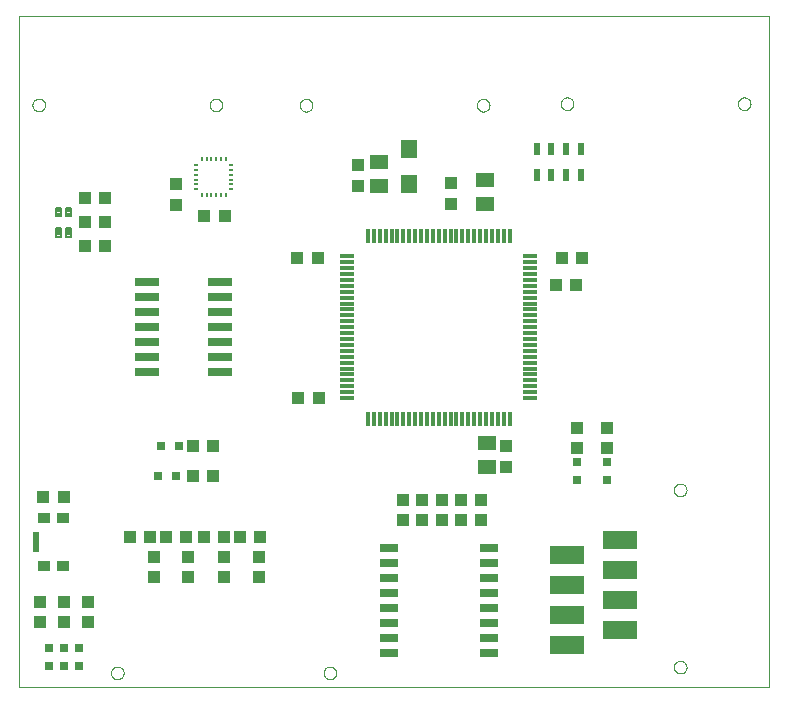
<source format=gtp>
G75*
%MOIN*%
%OFA0B0*%
%FSLAX25Y25*%
%IPPOS*%
%LPD*%
%AMOC8*
5,1,8,0,0,1.08239X$1,22.5*
%
%ADD10C,0.00000*%
%ADD11R,0.03150X0.03150*%
%ADD12R,0.04252X0.04134*%
%ADD13R,0.06299X0.05118*%
%ADD14R,0.04134X0.04252*%
%ADD15C,0.00806*%
%ADD16R,0.08000X0.02600*%
%ADD17R,0.03937X0.04331*%
%ADD18R,0.04331X0.03937*%
%ADD19R,0.06000X0.02500*%
%ADD20R,0.02362X0.04331*%
%ADD21R,0.11811X0.05906*%
%ADD22R,0.00981X0.01784*%
%ADD23R,0.00979X0.01782*%
%ADD24R,0.00984X0.01785*%
%ADD25R,0.00987X0.01784*%
%ADD26R,0.00990X0.01786*%
%ADD27R,0.00995X0.01788*%
%ADD28R,0.01782X0.00998*%
%ADD29R,0.01778X0.00997*%
%ADD30R,0.01775X0.00996*%
%ADD31R,0.01772X0.01001*%
%ADD32R,0.01767X0.01004*%
%ADD33R,0.01769X0.00990*%
%ADD34R,0.00992X0.01763*%
%ADD35R,0.00991X0.01761*%
%ADD36R,0.00984X0.01759*%
%ADD37R,0.00986X0.01765*%
%ADD38R,0.00980X0.01760*%
%ADD39R,0.00972X0.01754*%
%ADD40R,0.01763X0.00968*%
%ADD41R,0.01769X0.00974*%
%ADD42R,0.01772X0.00968*%
%ADD43R,0.01776X0.00971*%
%ADD44R,0.01783X0.00965*%
%ADD45R,0.01784X0.00970*%
%ADD46R,0.03937X0.03543*%
%ADD47R,0.02165X0.06693*%
%ADD48R,0.05512X0.06299*%
%ADD49R,0.01181X0.04724*%
%ADD50R,0.04724X0.01181*%
D10*
X0043720Y0026800D02*
X0043720Y0250501D01*
X0293641Y0250501D01*
X0293641Y0026800D01*
X0043720Y0026800D01*
X0074468Y0031564D02*
X0074470Y0031655D01*
X0074476Y0031746D01*
X0074486Y0031837D01*
X0074500Y0031927D01*
X0074517Y0032017D01*
X0074539Y0032105D01*
X0074564Y0032193D01*
X0074593Y0032280D01*
X0074626Y0032365D01*
X0074663Y0032448D01*
X0074703Y0032530D01*
X0074746Y0032610D01*
X0074793Y0032689D01*
X0074844Y0032765D01*
X0074897Y0032838D01*
X0074954Y0032910D01*
X0075014Y0032979D01*
X0075077Y0033045D01*
X0075142Y0033109D01*
X0075211Y0033169D01*
X0075281Y0033227D01*
X0075355Y0033281D01*
X0075430Y0033332D01*
X0075508Y0033380D01*
X0075588Y0033425D01*
X0075669Y0033466D01*
X0075752Y0033503D01*
X0075837Y0033537D01*
X0075923Y0033567D01*
X0076011Y0033593D01*
X0076099Y0033616D01*
X0076188Y0033634D01*
X0076278Y0033649D01*
X0076369Y0033660D01*
X0076460Y0033667D01*
X0076551Y0033670D01*
X0076642Y0033669D01*
X0076734Y0033664D01*
X0076824Y0033655D01*
X0076915Y0033642D01*
X0077004Y0033626D01*
X0077093Y0033605D01*
X0077181Y0033581D01*
X0077268Y0033552D01*
X0077354Y0033520D01*
X0077438Y0033485D01*
X0077520Y0033446D01*
X0077601Y0033403D01*
X0077679Y0033357D01*
X0077756Y0033307D01*
X0077830Y0033254D01*
X0077902Y0033198D01*
X0077972Y0033139D01*
X0078039Y0033077D01*
X0078103Y0033012D01*
X0078164Y0032945D01*
X0078223Y0032875D01*
X0078278Y0032802D01*
X0078330Y0032727D01*
X0078379Y0032650D01*
X0078424Y0032571D01*
X0078466Y0032489D01*
X0078504Y0032407D01*
X0078539Y0032322D01*
X0078570Y0032236D01*
X0078597Y0032149D01*
X0078620Y0032061D01*
X0078640Y0031972D01*
X0078656Y0031882D01*
X0078668Y0031792D01*
X0078676Y0031701D01*
X0078680Y0031610D01*
X0078680Y0031518D01*
X0078676Y0031427D01*
X0078668Y0031336D01*
X0078656Y0031246D01*
X0078640Y0031156D01*
X0078620Y0031067D01*
X0078597Y0030979D01*
X0078570Y0030892D01*
X0078539Y0030806D01*
X0078504Y0030721D01*
X0078466Y0030639D01*
X0078424Y0030557D01*
X0078379Y0030478D01*
X0078330Y0030401D01*
X0078278Y0030326D01*
X0078223Y0030253D01*
X0078164Y0030183D01*
X0078103Y0030116D01*
X0078039Y0030051D01*
X0077972Y0029989D01*
X0077902Y0029930D01*
X0077830Y0029874D01*
X0077756Y0029821D01*
X0077679Y0029771D01*
X0077601Y0029725D01*
X0077520Y0029682D01*
X0077438Y0029643D01*
X0077354Y0029608D01*
X0077268Y0029576D01*
X0077181Y0029547D01*
X0077093Y0029523D01*
X0077004Y0029502D01*
X0076915Y0029486D01*
X0076824Y0029473D01*
X0076734Y0029464D01*
X0076642Y0029459D01*
X0076551Y0029458D01*
X0076460Y0029461D01*
X0076369Y0029468D01*
X0076278Y0029479D01*
X0076188Y0029494D01*
X0076099Y0029512D01*
X0076011Y0029535D01*
X0075923Y0029561D01*
X0075837Y0029591D01*
X0075752Y0029625D01*
X0075669Y0029662D01*
X0075588Y0029703D01*
X0075508Y0029748D01*
X0075430Y0029796D01*
X0075355Y0029847D01*
X0075281Y0029901D01*
X0075211Y0029959D01*
X0075142Y0030019D01*
X0075077Y0030083D01*
X0075014Y0030149D01*
X0074954Y0030218D01*
X0074897Y0030290D01*
X0074844Y0030363D01*
X0074793Y0030439D01*
X0074746Y0030518D01*
X0074703Y0030598D01*
X0074663Y0030680D01*
X0074626Y0030763D01*
X0074593Y0030848D01*
X0074564Y0030935D01*
X0074539Y0031023D01*
X0074517Y0031111D01*
X0074500Y0031201D01*
X0074486Y0031291D01*
X0074476Y0031382D01*
X0074470Y0031473D01*
X0074468Y0031564D01*
X0145334Y0031564D02*
X0145336Y0031655D01*
X0145342Y0031746D01*
X0145352Y0031837D01*
X0145366Y0031927D01*
X0145383Y0032017D01*
X0145405Y0032105D01*
X0145430Y0032193D01*
X0145459Y0032280D01*
X0145492Y0032365D01*
X0145529Y0032448D01*
X0145569Y0032530D01*
X0145612Y0032610D01*
X0145659Y0032689D01*
X0145710Y0032765D01*
X0145763Y0032838D01*
X0145820Y0032910D01*
X0145880Y0032979D01*
X0145943Y0033045D01*
X0146008Y0033109D01*
X0146077Y0033169D01*
X0146147Y0033227D01*
X0146221Y0033281D01*
X0146296Y0033332D01*
X0146374Y0033380D01*
X0146454Y0033425D01*
X0146535Y0033466D01*
X0146618Y0033503D01*
X0146703Y0033537D01*
X0146789Y0033567D01*
X0146877Y0033593D01*
X0146965Y0033616D01*
X0147054Y0033634D01*
X0147144Y0033649D01*
X0147235Y0033660D01*
X0147326Y0033667D01*
X0147417Y0033670D01*
X0147508Y0033669D01*
X0147600Y0033664D01*
X0147690Y0033655D01*
X0147781Y0033642D01*
X0147870Y0033626D01*
X0147959Y0033605D01*
X0148047Y0033581D01*
X0148134Y0033552D01*
X0148220Y0033520D01*
X0148304Y0033485D01*
X0148386Y0033446D01*
X0148467Y0033403D01*
X0148545Y0033357D01*
X0148622Y0033307D01*
X0148696Y0033254D01*
X0148768Y0033198D01*
X0148838Y0033139D01*
X0148905Y0033077D01*
X0148969Y0033012D01*
X0149030Y0032945D01*
X0149089Y0032875D01*
X0149144Y0032802D01*
X0149196Y0032727D01*
X0149245Y0032650D01*
X0149290Y0032571D01*
X0149332Y0032489D01*
X0149370Y0032407D01*
X0149405Y0032322D01*
X0149436Y0032236D01*
X0149463Y0032149D01*
X0149486Y0032061D01*
X0149506Y0031972D01*
X0149522Y0031882D01*
X0149534Y0031792D01*
X0149542Y0031701D01*
X0149546Y0031610D01*
X0149546Y0031518D01*
X0149542Y0031427D01*
X0149534Y0031336D01*
X0149522Y0031246D01*
X0149506Y0031156D01*
X0149486Y0031067D01*
X0149463Y0030979D01*
X0149436Y0030892D01*
X0149405Y0030806D01*
X0149370Y0030721D01*
X0149332Y0030639D01*
X0149290Y0030557D01*
X0149245Y0030478D01*
X0149196Y0030401D01*
X0149144Y0030326D01*
X0149089Y0030253D01*
X0149030Y0030183D01*
X0148969Y0030116D01*
X0148905Y0030051D01*
X0148838Y0029989D01*
X0148768Y0029930D01*
X0148696Y0029874D01*
X0148622Y0029821D01*
X0148545Y0029771D01*
X0148467Y0029725D01*
X0148386Y0029682D01*
X0148304Y0029643D01*
X0148220Y0029608D01*
X0148134Y0029576D01*
X0148047Y0029547D01*
X0147959Y0029523D01*
X0147870Y0029502D01*
X0147781Y0029486D01*
X0147690Y0029473D01*
X0147600Y0029464D01*
X0147508Y0029459D01*
X0147417Y0029458D01*
X0147326Y0029461D01*
X0147235Y0029468D01*
X0147144Y0029479D01*
X0147054Y0029494D01*
X0146965Y0029512D01*
X0146877Y0029535D01*
X0146789Y0029561D01*
X0146703Y0029591D01*
X0146618Y0029625D01*
X0146535Y0029662D01*
X0146454Y0029703D01*
X0146374Y0029748D01*
X0146296Y0029796D01*
X0146221Y0029847D01*
X0146147Y0029901D01*
X0146077Y0029959D01*
X0146008Y0030019D01*
X0145943Y0030083D01*
X0145880Y0030149D01*
X0145820Y0030218D01*
X0145763Y0030290D01*
X0145710Y0030363D01*
X0145659Y0030439D01*
X0145612Y0030518D01*
X0145569Y0030598D01*
X0145529Y0030680D01*
X0145492Y0030763D01*
X0145459Y0030848D01*
X0145430Y0030935D01*
X0145405Y0031023D01*
X0145383Y0031111D01*
X0145366Y0031201D01*
X0145352Y0031291D01*
X0145342Y0031382D01*
X0145336Y0031473D01*
X0145334Y0031564D01*
X0262102Y0033489D02*
X0262104Y0033580D01*
X0262110Y0033671D01*
X0262120Y0033762D01*
X0262134Y0033852D01*
X0262151Y0033942D01*
X0262173Y0034030D01*
X0262198Y0034118D01*
X0262227Y0034205D01*
X0262260Y0034290D01*
X0262297Y0034373D01*
X0262337Y0034455D01*
X0262380Y0034535D01*
X0262427Y0034614D01*
X0262478Y0034690D01*
X0262531Y0034763D01*
X0262588Y0034835D01*
X0262648Y0034904D01*
X0262711Y0034970D01*
X0262776Y0035034D01*
X0262845Y0035094D01*
X0262915Y0035152D01*
X0262989Y0035206D01*
X0263064Y0035257D01*
X0263142Y0035305D01*
X0263222Y0035350D01*
X0263303Y0035391D01*
X0263386Y0035428D01*
X0263471Y0035462D01*
X0263557Y0035492D01*
X0263645Y0035518D01*
X0263733Y0035541D01*
X0263822Y0035559D01*
X0263912Y0035574D01*
X0264003Y0035585D01*
X0264094Y0035592D01*
X0264185Y0035595D01*
X0264276Y0035594D01*
X0264368Y0035589D01*
X0264458Y0035580D01*
X0264549Y0035567D01*
X0264638Y0035551D01*
X0264727Y0035530D01*
X0264815Y0035506D01*
X0264902Y0035477D01*
X0264988Y0035445D01*
X0265072Y0035410D01*
X0265154Y0035371D01*
X0265235Y0035328D01*
X0265313Y0035282D01*
X0265390Y0035232D01*
X0265464Y0035179D01*
X0265536Y0035123D01*
X0265606Y0035064D01*
X0265673Y0035002D01*
X0265737Y0034937D01*
X0265798Y0034870D01*
X0265857Y0034800D01*
X0265912Y0034727D01*
X0265964Y0034652D01*
X0266013Y0034575D01*
X0266058Y0034496D01*
X0266100Y0034414D01*
X0266138Y0034332D01*
X0266173Y0034247D01*
X0266204Y0034161D01*
X0266231Y0034074D01*
X0266254Y0033986D01*
X0266274Y0033897D01*
X0266290Y0033807D01*
X0266302Y0033717D01*
X0266310Y0033626D01*
X0266314Y0033535D01*
X0266314Y0033443D01*
X0266310Y0033352D01*
X0266302Y0033261D01*
X0266290Y0033171D01*
X0266274Y0033081D01*
X0266254Y0032992D01*
X0266231Y0032904D01*
X0266204Y0032817D01*
X0266173Y0032731D01*
X0266138Y0032646D01*
X0266100Y0032564D01*
X0266058Y0032482D01*
X0266013Y0032403D01*
X0265964Y0032326D01*
X0265912Y0032251D01*
X0265857Y0032178D01*
X0265798Y0032108D01*
X0265737Y0032041D01*
X0265673Y0031976D01*
X0265606Y0031914D01*
X0265536Y0031855D01*
X0265464Y0031799D01*
X0265390Y0031746D01*
X0265313Y0031696D01*
X0265235Y0031650D01*
X0265154Y0031607D01*
X0265072Y0031568D01*
X0264988Y0031533D01*
X0264902Y0031501D01*
X0264815Y0031472D01*
X0264727Y0031448D01*
X0264638Y0031427D01*
X0264549Y0031411D01*
X0264458Y0031398D01*
X0264368Y0031389D01*
X0264276Y0031384D01*
X0264185Y0031383D01*
X0264094Y0031386D01*
X0264003Y0031393D01*
X0263912Y0031404D01*
X0263822Y0031419D01*
X0263733Y0031437D01*
X0263645Y0031460D01*
X0263557Y0031486D01*
X0263471Y0031516D01*
X0263386Y0031550D01*
X0263303Y0031587D01*
X0263222Y0031628D01*
X0263142Y0031673D01*
X0263064Y0031721D01*
X0262989Y0031772D01*
X0262915Y0031826D01*
X0262845Y0031884D01*
X0262776Y0031944D01*
X0262711Y0032008D01*
X0262648Y0032074D01*
X0262588Y0032143D01*
X0262531Y0032215D01*
X0262478Y0032288D01*
X0262427Y0032364D01*
X0262380Y0032443D01*
X0262337Y0032523D01*
X0262297Y0032605D01*
X0262260Y0032688D01*
X0262227Y0032773D01*
X0262198Y0032860D01*
X0262173Y0032948D01*
X0262151Y0033036D01*
X0262134Y0033126D01*
X0262120Y0033216D01*
X0262110Y0033307D01*
X0262104Y0033398D01*
X0262102Y0033489D01*
X0262102Y0092544D02*
X0262104Y0092635D01*
X0262110Y0092726D01*
X0262120Y0092817D01*
X0262134Y0092907D01*
X0262151Y0092997D01*
X0262173Y0093085D01*
X0262198Y0093173D01*
X0262227Y0093260D01*
X0262260Y0093345D01*
X0262297Y0093428D01*
X0262337Y0093510D01*
X0262380Y0093590D01*
X0262427Y0093669D01*
X0262478Y0093745D01*
X0262531Y0093818D01*
X0262588Y0093890D01*
X0262648Y0093959D01*
X0262711Y0094025D01*
X0262776Y0094089D01*
X0262845Y0094149D01*
X0262915Y0094207D01*
X0262989Y0094261D01*
X0263064Y0094312D01*
X0263142Y0094360D01*
X0263222Y0094405D01*
X0263303Y0094446D01*
X0263386Y0094483D01*
X0263471Y0094517D01*
X0263557Y0094547D01*
X0263645Y0094573D01*
X0263733Y0094596D01*
X0263822Y0094614D01*
X0263912Y0094629D01*
X0264003Y0094640D01*
X0264094Y0094647D01*
X0264185Y0094650D01*
X0264276Y0094649D01*
X0264368Y0094644D01*
X0264458Y0094635D01*
X0264549Y0094622D01*
X0264638Y0094606D01*
X0264727Y0094585D01*
X0264815Y0094561D01*
X0264902Y0094532D01*
X0264988Y0094500D01*
X0265072Y0094465D01*
X0265154Y0094426D01*
X0265235Y0094383D01*
X0265313Y0094337D01*
X0265390Y0094287D01*
X0265464Y0094234D01*
X0265536Y0094178D01*
X0265606Y0094119D01*
X0265673Y0094057D01*
X0265737Y0093992D01*
X0265798Y0093925D01*
X0265857Y0093855D01*
X0265912Y0093782D01*
X0265964Y0093707D01*
X0266013Y0093630D01*
X0266058Y0093551D01*
X0266100Y0093469D01*
X0266138Y0093387D01*
X0266173Y0093302D01*
X0266204Y0093216D01*
X0266231Y0093129D01*
X0266254Y0093041D01*
X0266274Y0092952D01*
X0266290Y0092862D01*
X0266302Y0092772D01*
X0266310Y0092681D01*
X0266314Y0092590D01*
X0266314Y0092498D01*
X0266310Y0092407D01*
X0266302Y0092316D01*
X0266290Y0092226D01*
X0266274Y0092136D01*
X0266254Y0092047D01*
X0266231Y0091959D01*
X0266204Y0091872D01*
X0266173Y0091786D01*
X0266138Y0091701D01*
X0266100Y0091619D01*
X0266058Y0091537D01*
X0266013Y0091458D01*
X0265964Y0091381D01*
X0265912Y0091306D01*
X0265857Y0091233D01*
X0265798Y0091163D01*
X0265737Y0091096D01*
X0265673Y0091031D01*
X0265606Y0090969D01*
X0265536Y0090910D01*
X0265464Y0090854D01*
X0265390Y0090801D01*
X0265313Y0090751D01*
X0265235Y0090705D01*
X0265154Y0090662D01*
X0265072Y0090623D01*
X0264988Y0090588D01*
X0264902Y0090556D01*
X0264815Y0090527D01*
X0264727Y0090503D01*
X0264638Y0090482D01*
X0264549Y0090466D01*
X0264458Y0090453D01*
X0264368Y0090444D01*
X0264276Y0090439D01*
X0264185Y0090438D01*
X0264094Y0090441D01*
X0264003Y0090448D01*
X0263912Y0090459D01*
X0263822Y0090474D01*
X0263733Y0090492D01*
X0263645Y0090515D01*
X0263557Y0090541D01*
X0263471Y0090571D01*
X0263386Y0090605D01*
X0263303Y0090642D01*
X0263222Y0090683D01*
X0263142Y0090728D01*
X0263064Y0090776D01*
X0262989Y0090827D01*
X0262915Y0090881D01*
X0262845Y0090939D01*
X0262776Y0090999D01*
X0262711Y0091063D01*
X0262648Y0091129D01*
X0262588Y0091198D01*
X0262531Y0091270D01*
X0262478Y0091343D01*
X0262427Y0091419D01*
X0262380Y0091498D01*
X0262337Y0091578D01*
X0262297Y0091660D01*
X0262260Y0091743D01*
X0262227Y0091828D01*
X0262198Y0091915D01*
X0262173Y0092003D01*
X0262151Y0092091D01*
X0262134Y0092181D01*
X0262120Y0092271D01*
X0262110Y0092362D01*
X0262104Y0092453D01*
X0262102Y0092544D01*
X0196425Y0220788D02*
X0196427Y0220879D01*
X0196433Y0220970D01*
X0196443Y0221061D01*
X0196457Y0221151D01*
X0196474Y0221241D01*
X0196496Y0221329D01*
X0196521Y0221417D01*
X0196550Y0221504D01*
X0196583Y0221589D01*
X0196620Y0221672D01*
X0196660Y0221754D01*
X0196703Y0221834D01*
X0196750Y0221913D01*
X0196801Y0221989D01*
X0196854Y0222062D01*
X0196911Y0222134D01*
X0196971Y0222203D01*
X0197034Y0222269D01*
X0197099Y0222333D01*
X0197168Y0222393D01*
X0197238Y0222451D01*
X0197312Y0222505D01*
X0197387Y0222556D01*
X0197465Y0222604D01*
X0197545Y0222649D01*
X0197626Y0222690D01*
X0197709Y0222727D01*
X0197794Y0222761D01*
X0197880Y0222791D01*
X0197968Y0222817D01*
X0198056Y0222840D01*
X0198145Y0222858D01*
X0198235Y0222873D01*
X0198326Y0222884D01*
X0198417Y0222891D01*
X0198508Y0222894D01*
X0198599Y0222893D01*
X0198691Y0222888D01*
X0198781Y0222879D01*
X0198872Y0222866D01*
X0198961Y0222850D01*
X0199050Y0222829D01*
X0199138Y0222805D01*
X0199225Y0222776D01*
X0199311Y0222744D01*
X0199395Y0222709D01*
X0199477Y0222670D01*
X0199558Y0222627D01*
X0199636Y0222581D01*
X0199713Y0222531D01*
X0199787Y0222478D01*
X0199859Y0222422D01*
X0199929Y0222363D01*
X0199996Y0222301D01*
X0200060Y0222236D01*
X0200121Y0222169D01*
X0200180Y0222099D01*
X0200235Y0222026D01*
X0200287Y0221951D01*
X0200336Y0221874D01*
X0200381Y0221795D01*
X0200423Y0221713D01*
X0200461Y0221631D01*
X0200496Y0221546D01*
X0200527Y0221460D01*
X0200554Y0221373D01*
X0200577Y0221285D01*
X0200597Y0221196D01*
X0200613Y0221106D01*
X0200625Y0221016D01*
X0200633Y0220925D01*
X0200637Y0220834D01*
X0200637Y0220742D01*
X0200633Y0220651D01*
X0200625Y0220560D01*
X0200613Y0220470D01*
X0200597Y0220380D01*
X0200577Y0220291D01*
X0200554Y0220203D01*
X0200527Y0220116D01*
X0200496Y0220030D01*
X0200461Y0219945D01*
X0200423Y0219863D01*
X0200381Y0219781D01*
X0200336Y0219702D01*
X0200287Y0219625D01*
X0200235Y0219550D01*
X0200180Y0219477D01*
X0200121Y0219407D01*
X0200060Y0219340D01*
X0199996Y0219275D01*
X0199929Y0219213D01*
X0199859Y0219154D01*
X0199787Y0219098D01*
X0199713Y0219045D01*
X0199636Y0218995D01*
X0199558Y0218949D01*
X0199477Y0218906D01*
X0199395Y0218867D01*
X0199311Y0218832D01*
X0199225Y0218800D01*
X0199138Y0218771D01*
X0199050Y0218747D01*
X0198961Y0218726D01*
X0198872Y0218710D01*
X0198781Y0218697D01*
X0198691Y0218688D01*
X0198599Y0218683D01*
X0198508Y0218682D01*
X0198417Y0218685D01*
X0198326Y0218692D01*
X0198235Y0218703D01*
X0198145Y0218718D01*
X0198056Y0218736D01*
X0197968Y0218759D01*
X0197880Y0218785D01*
X0197794Y0218815D01*
X0197709Y0218849D01*
X0197626Y0218886D01*
X0197545Y0218927D01*
X0197465Y0218972D01*
X0197387Y0219020D01*
X0197312Y0219071D01*
X0197238Y0219125D01*
X0197168Y0219183D01*
X0197099Y0219243D01*
X0197034Y0219307D01*
X0196971Y0219373D01*
X0196911Y0219442D01*
X0196854Y0219514D01*
X0196801Y0219587D01*
X0196750Y0219663D01*
X0196703Y0219742D01*
X0196660Y0219822D01*
X0196620Y0219904D01*
X0196583Y0219987D01*
X0196550Y0220072D01*
X0196521Y0220159D01*
X0196496Y0220247D01*
X0196474Y0220335D01*
X0196457Y0220425D01*
X0196443Y0220515D01*
X0196433Y0220606D01*
X0196427Y0220697D01*
X0196425Y0220788D01*
X0224369Y0221288D02*
X0224371Y0221379D01*
X0224377Y0221470D01*
X0224387Y0221561D01*
X0224401Y0221651D01*
X0224418Y0221741D01*
X0224440Y0221829D01*
X0224465Y0221917D01*
X0224494Y0222004D01*
X0224527Y0222089D01*
X0224564Y0222172D01*
X0224604Y0222254D01*
X0224647Y0222334D01*
X0224694Y0222413D01*
X0224745Y0222489D01*
X0224798Y0222562D01*
X0224855Y0222634D01*
X0224915Y0222703D01*
X0224978Y0222769D01*
X0225043Y0222833D01*
X0225112Y0222893D01*
X0225182Y0222951D01*
X0225256Y0223005D01*
X0225331Y0223056D01*
X0225409Y0223104D01*
X0225489Y0223149D01*
X0225570Y0223190D01*
X0225653Y0223227D01*
X0225738Y0223261D01*
X0225824Y0223291D01*
X0225912Y0223317D01*
X0226000Y0223340D01*
X0226089Y0223358D01*
X0226179Y0223373D01*
X0226270Y0223384D01*
X0226361Y0223391D01*
X0226452Y0223394D01*
X0226543Y0223393D01*
X0226635Y0223388D01*
X0226725Y0223379D01*
X0226816Y0223366D01*
X0226905Y0223350D01*
X0226994Y0223329D01*
X0227082Y0223305D01*
X0227169Y0223276D01*
X0227255Y0223244D01*
X0227339Y0223209D01*
X0227421Y0223170D01*
X0227502Y0223127D01*
X0227580Y0223081D01*
X0227657Y0223031D01*
X0227731Y0222978D01*
X0227803Y0222922D01*
X0227873Y0222863D01*
X0227940Y0222801D01*
X0228004Y0222736D01*
X0228065Y0222669D01*
X0228124Y0222599D01*
X0228179Y0222526D01*
X0228231Y0222451D01*
X0228280Y0222374D01*
X0228325Y0222295D01*
X0228367Y0222213D01*
X0228405Y0222131D01*
X0228440Y0222046D01*
X0228471Y0221960D01*
X0228498Y0221873D01*
X0228521Y0221785D01*
X0228541Y0221696D01*
X0228557Y0221606D01*
X0228569Y0221516D01*
X0228577Y0221425D01*
X0228581Y0221334D01*
X0228581Y0221242D01*
X0228577Y0221151D01*
X0228569Y0221060D01*
X0228557Y0220970D01*
X0228541Y0220880D01*
X0228521Y0220791D01*
X0228498Y0220703D01*
X0228471Y0220616D01*
X0228440Y0220530D01*
X0228405Y0220445D01*
X0228367Y0220363D01*
X0228325Y0220281D01*
X0228280Y0220202D01*
X0228231Y0220125D01*
X0228179Y0220050D01*
X0228124Y0219977D01*
X0228065Y0219907D01*
X0228004Y0219840D01*
X0227940Y0219775D01*
X0227873Y0219713D01*
X0227803Y0219654D01*
X0227731Y0219598D01*
X0227657Y0219545D01*
X0227580Y0219495D01*
X0227502Y0219449D01*
X0227421Y0219406D01*
X0227339Y0219367D01*
X0227255Y0219332D01*
X0227169Y0219300D01*
X0227082Y0219271D01*
X0226994Y0219247D01*
X0226905Y0219226D01*
X0226816Y0219210D01*
X0226725Y0219197D01*
X0226635Y0219188D01*
X0226543Y0219183D01*
X0226452Y0219182D01*
X0226361Y0219185D01*
X0226270Y0219192D01*
X0226179Y0219203D01*
X0226089Y0219218D01*
X0226000Y0219236D01*
X0225912Y0219259D01*
X0225824Y0219285D01*
X0225738Y0219315D01*
X0225653Y0219349D01*
X0225570Y0219386D01*
X0225489Y0219427D01*
X0225409Y0219472D01*
X0225331Y0219520D01*
X0225256Y0219571D01*
X0225182Y0219625D01*
X0225112Y0219683D01*
X0225043Y0219743D01*
X0224978Y0219807D01*
X0224915Y0219873D01*
X0224855Y0219942D01*
X0224798Y0220014D01*
X0224745Y0220087D01*
X0224694Y0220163D01*
X0224647Y0220242D01*
X0224604Y0220322D01*
X0224564Y0220404D01*
X0224527Y0220487D01*
X0224494Y0220572D01*
X0224465Y0220659D01*
X0224440Y0220747D01*
X0224418Y0220835D01*
X0224401Y0220925D01*
X0224387Y0221015D01*
X0224377Y0221106D01*
X0224371Y0221197D01*
X0224369Y0221288D01*
X0283425Y0221288D02*
X0283427Y0221379D01*
X0283433Y0221470D01*
X0283443Y0221561D01*
X0283457Y0221651D01*
X0283474Y0221741D01*
X0283496Y0221829D01*
X0283521Y0221917D01*
X0283550Y0222004D01*
X0283583Y0222089D01*
X0283620Y0222172D01*
X0283660Y0222254D01*
X0283703Y0222334D01*
X0283750Y0222413D01*
X0283801Y0222489D01*
X0283854Y0222562D01*
X0283911Y0222634D01*
X0283971Y0222703D01*
X0284034Y0222769D01*
X0284099Y0222833D01*
X0284168Y0222893D01*
X0284238Y0222951D01*
X0284312Y0223005D01*
X0284387Y0223056D01*
X0284465Y0223104D01*
X0284545Y0223149D01*
X0284626Y0223190D01*
X0284709Y0223227D01*
X0284794Y0223261D01*
X0284880Y0223291D01*
X0284968Y0223317D01*
X0285056Y0223340D01*
X0285145Y0223358D01*
X0285235Y0223373D01*
X0285326Y0223384D01*
X0285417Y0223391D01*
X0285508Y0223394D01*
X0285599Y0223393D01*
X0285691Y0223388D01*
X0285781Y0223379D01*
X0285872Y0223366D01*
X0285961Y0223350D01*
X0286050Y0223329D01*
X0286138Y0223305D01*
X0286225Y0223276D01*
X0286311Y0223244D01*
X0286395Y0223209D01*
X0286477Y0223170D01*
X0286558Y0223127D01*
X0286636Y0223081D01*
X0286713Y0223031D01*
X0286787Y0222978D01*
X0286859Y0222922D01*
X0286929Y0222863D01*
X0286996Y0222801D01*
X0287060Y0222736D01*
X0287121Y0222669D01*
X0287180Y0222599D01*
X0287235Y0222526D01*
X0287287Y0222451D01*
X0287336Y0222374D01*
X0287381Y0222295D01*
X0287423Y0222213D01*
X0287461Y0222131D01*
X0287496Y0222046D01*
X0287527Y0221960D01*
X0287554Y0221873D01*
X0287577Y0221785D01*
X0287597Y0221696D01*
X0287613Y0221606D01*
X0287625Y0221516D01*
X0287633Y0221425D01*
X0287637Y0221334D01*
X0287637Y0221242D01*
X0287633Y0221151D01*
X0287625Y0221060D01*
X0287613Y0220970D01*
X0287597Y0220880D01*
X0287577Y0220791D01*
X0287554Y0220703D01*
X0287527Y0220616D01*
X0287496Y0220530D01*
X0287461Y0220445D01*
X0287423Y0220363D01*
X0287381Y0220281D01*
X0287336Y0220202D01*
X0287287Y0220125D01*
X0287235Y0220050D01*
X0287180Y0219977D01*
X0287121Y0219907D01*
X0287060Y0219840D01*
X0286996Y0219775D01*
X0286929Y0219713D01*
X0286859Y0219654D01*
X0286787Y0219598D01*
X0286713Y0219545D01*
X0286636Y0219495D01*
X0286558Y0219449D01*
X0286477Y0219406D01*
X0286395Y0219367D01*
X0286311Y0219332D01*
X0286225Y0219300D01*
X0286138Y0219271D01*
X0286050Y0219247D01*
X0285961Y0219226D01*
X0285872Y0219210D01*
X0285781Y0219197D01*
X0285691Y0219188D01*
X0285599Y0219183D01*
X0285508Y0219182D01*
X0285417Y0219185D01*
X0285326Y0219192D01*
X0285235Y0219203D01*
X0285145Y0219218D01*
X0285056Y0219236D01*
X0284968Y0219259D01*
X0284880Y0219285D01*
X0284794Y0219315D01*
X0284709Y0219349D01*
X0284626Y0219386D01*
X0284545Y0219427D01*
X0284465Y0219472D01*
X0284387Y0219520D01*
X0284312Y0219571D01*
X0284238Y0219625D01*
X0284168Y0219683D01*
X0284099Y0219743D01*
X0284034Y0219807D01*
X0283971Y0219873D01*
X0283911Y0219942D01*
X0283854Y0220014D01*
X0283801Y0220087D01*
X0283750Y0220163D01*
X0283703Y0220242D01*
X0283660Y0220322D01*
X0283620Y0220404D01*
X0283583Y0220487D01*
X0283550Y0220572D01*
X0283521Y0220659D01*
X0283496Y0220747D01*
X0283474Y0220835D01*
X0283457Y0220925D01*
X0283443Y0221015D01*
X0283433Y0221106D01*
X0283427Y0221197D01*
X0283425Y0221288D01*
X0137369Y0220788D02*
X0137371Y0220879D01*
X0137377Y0220970D01*
X0137387Y0221061D01*
X0137401Y0221151D01*
X0137418Y0221241D01*
X0137440Y0221329D01*
X0137465Y0221417D01*
X0137494Y0221504D01*
X0137527Y0221589D01*
X0137564Y0221672D01*
X0137604Y0221754D01*
X0137647Y0221834D01*
X0137694Y0221913D01*
X0137745Y0221989D01*
X0137798Y0222062D01*
X0137855Y0222134D01*
X0137915Y0222203D01*
X0137978Y0222269D01*
X0138043Y0222333D01*
X0138112Y0222393D01*
X0138182Y0222451D01*
X0138256Y0222505D01*
X0138331Y0222556D01*
X0138409Y0222604D01*
X0138489Y0222649D01*
X0138570Y0222690D01*
X0138653Y0222727D01*
X0138738Y0222761D01*
X0138824Y0222791D01*
X0138912Y0222817D01*
X0139000Y0222840D01*
X0139089Y0222858D01*
X0139179Y0222873D01*
X0139270Y0222884D01*
X0139361Y0222891D01*
X0139452Y0222894D01*
X0139543Y0222893D01*
X0139635Y0222888D01*
X0139725Y0222879D01*
X0139816Y0222866D01*
X0139905Y0222850D01*
X0139994Y0222829D01*
X0140082Y0222805D01*
X0140169Y0222776D01*
X0140255Y0222744D01*
X0140339Y0222709D01*
X0140421Y0222670D01*
X0140502Y0222627D01*
X0140580Y0222581D01*
X0140657Y0222531D01*
X0140731Y0222478D01*
X0140803Y0222422D01*
X0140873Y0222363D01*
X0140940Y0222301D01*
X0141004Y0222236D01*
X0141065Y0222169D01*
X0141124Y0222099D01*
X0141179Y0222026D01*
X0141231Y0221951D01*
X0141280Y0221874D01*
X0141325Y0221795D01*
X0141367Y0221713D01*
X0141405Y0221631D01*
X0141440Y0221546D01*
X0141471Y0221460D01*
X0141498Y0221373D01*
X0141521Y0221285D01*
X0141541Y0221196D01*
X0141557Y0221106D01*
X0141569Y0221016D01*
X0141577Y0220925D01*
X0141581Y0220834D01*
X0141581Y0220742D01*
X0141577Y0220651D01*
X0141569Y0220560D01*
X0141557Y0220470D01*
X0141541Y0220380D01*
X0141521Y0220291D01*
X0141498Y0220203D01*
X0141471Y0220116D01*
X0141440Y0220030D01*
X0141405Y0219945D01*
X0141367Y0219863D01*
X0141325Y0219781D01*
X0141280Y0219702D01*
X0141231Y0219625D01*
X0141179Y0219550D01*
X0141124Y0219477D01*
X0141065Y0219407D01*
X0141004Y0219340D01*
X0140940Y0219275D01*
X0140873Y0219213D01*
X0140803Y0219154D01*
X0140731Y0219098D01*
X0140657Y0219045D01*
X0140580Y0218995D01*
X0140502Y0218949D01*
X0140421Y0218906D01*
X0140339Y0218867D01*
X0140255Y0218832D01*
X0140169Y0218800D01*
X0140082Y0218771D01*
X0139994Y0218747D01*
X0139905Y0218726D01*
X0139816Y0218710D01*
X0139725Y0218697D01*
X0139635Y0218688D01*
X0139543Y0218683D01*
X0139452Y0218682D01*
X0139361Y0218685D01*
X0139270Y0218692D01*
X0139179Y0218703D01*
X0139089Y0218718D01*
X0139000Y0218736D01*
X0138912Y0218759D01*
X0138824Y0218785D01*
X0138738Y0218815D01*
X0138653Y0218849D01*
X0138570Y0218886D01*
X0138489Y0218927D01*
X0138409Y0218972D01*
X0138331Y0219020D01*
X0138256Y0219071D01*
X0138182Y0219125D01*
X0138112Y0219183D01*
X0138043Y0219243D01*
X0137978Y0219307D01*
X0137915Y0219373D01*
X0137855Y0219442D01*
X0137798Y0219514D01*
X0137745Y0219587D01*
X0137694Y0219663D01*
X0137647Y0219742D01*
X0137604Y0219822D01*
X0137564Y0219904D01*
X0137527Y0219987D01*
X0137494Y0220072D01*
X0137465Y0220159D01*
X0137440Y0220247D01*
X0137418Y0220335D01*
X0137401Y0220425D01*
X0137387Y0220515D01*
X0137377Y0220606D01*
X0137371Y0220697D01*
X0137369Y0220788D01*
X0107325Y0220888D02*
X0107327Y0220979D01*
X0107333Y0221070D01*
X0107343Y0221161D01*
X0107357Y0221251D01*
X0107374Y0221341D01*
X0107396Y0221429D01*
X0107421Y0221517D01*
X0107450Y0221604D01*
X0107483Y0221689D01*
X0107520Y0221772D01*
X0107560Y0221854D01*
X0107603Y0221934D01*
X0107650Y0222013D01*
X0107701Y0222089D01*
X0107754Y0222162D01*
X0107811Y0222234D01*
X0107871Y0222303D01*
X0107934Y0222369D01*
X0107999Y0222433D01*
X0108068Y0222493D01*
X0108138Y0222551D01*
X0108212Y0222605D01*
X0108287Y0222656D01*
X0108365Y0222704D01*
X0108445Y0222749D01*
X0108526Y0222790D01*
X0108609Y0222827D01*
X0108694Y0222861D01*
X0108780Y0222891D01*
X0108868Y0222917D01*
X0108956Y0222940D01*
X0109045Y0222958D01*
X0109135Y0222973D01*
X0109226Y0222984D01*
X0109317Y0222991D01*
X0109408Y0222994D01*
X0109499Y0222993D01*
X0109591Y0222988D01*
X0109681Y0222979D01*
X0109772Y0222966D01*
X0109861Y0222950D01*
X0109950Y0222929D01*
X0110038Y0222905D01*
X0110125Y0222876D01*
X0110211Y0222844D01*
X0110295Y0222809D01*
X0110377Y0222770D01*
X0110458Y0222727D01*
X0110536Y0222681D01*
X0110613Y0222631D01*
X0110687Y0222578D01*
X0110759Y0222522D01*
X0110829Y0222463D01*
X0110896Y0222401D01*
X0110960Y0222336D01*
X0111021Y0222269D01*
X0111080Y0222199D01*
X0111135Y0222126D01*
X0111187Y0222051D01*
X0111236Y0221974D01*
X0111281Y0221895D01*
X0111323Y0221813D01*
X0111361Y0221731D01*
X0111396Y0221646D01*
X0111427Y0221560D01*
X0111454Y0221473D01*
X0111477Y0221385D01*
X0111497Y0221296D01*
X0111513Y0221206D01*
X0111525Y0221116D01*
X0111533Y0221025D01*
X0111537Y0220934D01*
X0111537Y0220842D01*
X0111533Y0220751D01*
X0111525Y0220660D01*
X0111513Y0220570D01*
X0111497Y0220480D01*
X0111477Y0220391D01*
X0111454Y0220303D01*
X0111427Y0220216D01*
X0111396Y0220130D01*
X0111361Y0220045D01*
X0111323Y0219963D01*
X0111281Y0219881D01*
X0111236Y0219802D01*
X0111187Y0219725D01*
X0111135Y0219650D01*
X0111080Y0219577D01*
X0111021Y0219507D01*
X0110960Y0219440D01*
X0110896Y0219375D01*
X0110829Y0219313D01*
X0110759Y0219254D01*
X0110687Y0219198D01*
X0110613Y0219145D01*
X0110536Y0219095D01*
X0110458Y0219049D01*
X0110377Y0219006D01*
X0110295Y0218967D01*
X0110211Y0218932D01*
X0110125Y0218900D01*
X0110038Y0218871D01*
X0109950Y0218847D01*
X0109861Y0218826D01*
X0109772Y0218810D01*
X0109681Y0218797D01*
X0109591Y0218788D01*
X0109499Y0218783D01*
X0109408Y0218782D01*
X0109317Y0218785D01*
X0109226Y0218792D01*
X0109135Y0218803D01*
X0109045Y0218818D01*
X0108956Y0218836D01*
X0108868Y0218859D01*
X0108780Y0218885D01*
X0108694Y0218915D01*
X0108609Y0218949D01*
X0108526Y0218986D01*
X0108445Y0219027D01*
X0108365Y0219072D01*
X0108287Y0219120D01*
X0108212Y0219171D01*
X0108138Y0219225D01*
X0108068Y0219283D01*
X0107999Y0219343D01*
X0107934Y0219407D01*
X0107871Y0219473D01*
X0107811Y0219542D01*
X0107754Y0219614D01*
X0107701Y0219687D01*
X0107650Y0219763D01*
X0107603Y0219842D01*
X0107560Y0219922D01*
X0107520Y0220004D01*
X0107483Y0220087D01*
X0107450Y0220172D01*
X0107421Y0220259D01*
X0107396Y0220347D01*
X0107374Y0220435D01*
X0107357Y0220525D01*
X0107343Y0220615D01*
X0107333Y0220706D01*
X0107327Y0220797D01*
X0107325Y0220888D01*
X0048269Y0220888D02*
X0048271Y0220979D01*
X0048277Y0221070D01*
X0048287Y0221161D01*
X0048301Y0221251D01*
X0048318Y0221341D01*
X0048340Y0221429D01*
X0048365Y0221517D01*
X0048394Y0221604D01*
X0048427Y0221689D01*
X0048464Y0221772D01*
X0048504Y0221854D01*
X0048547Y0221934D01*
X0048594Y0222013D01*
X0048645Y0222089D01*
X0048698Y0222162D01*
X0048755Y0222234D01*
X0048815Y0222303D01*
X0048878Y0222369D01*
X0048943Y0222433D01*
X0049012Y0222493D01*
X0049082Y0222551D01*
X0049156Y0222605D01*
X0049231Y0222656D01*
X0049309Y0222704D01*
X0049389Y0222749D01*
X0049470Y0222790D01*
X0049553Y0222827D01*
X0049638Y0222861D01*
X0049724Y0222891D01*
X0049812Y0222917D01*
X0049900Y0222940D01*
X0049989Y0222958D01*
X0050079Y0222973D01*
X0050170Y0222984D01*
X0050261Y0222991D01*
X0050352Y0222994D01*
X0050443Y0222993D01*
X0050535Y0222988D01*
X0050625Y0222979D01*
X0050716Y0222966D01*
X0050805Y0222950D01*
X0050894Y0222929D01*
X0050982Y0222905D01*
X0051069Y0222876D01*
X0051155Y0222844D01*
X0051239Y0222809D01*
X0051321Y0222770D01*
X0051402Y0222727D01*
X0051480Y0222681D01*
X0051557Y0222631D01*
X0051631Y0222578D01*
X0051703Y0222522D01*
X0051773Y0222463D01*
X0051840Y0222401D01*
X0051904Y0222336D01*
X0051965Y0222269D01*
X0052024Y0222199D01*
X0052079Y0222126D01*
X0052131Y0222051D01*
X0052180Y0221974D01*
X0052225Y0221895D01*
X0052267Y0221813D01*
X0052305Y0221731D01*
X0052340Y0221646D01*
X0052371Y0221560D01*
X0052398Y0221473D01*
X0052421Y0221385D01*
X0052441Y0221296D01*
X0052457Y0221206D01*
X0052469Y0221116D01*
X0052477Y0221025D01*
X0052481Y0220934D01*
X0052481Y0220842D01*
X0052477Y0220751D01*
X0052469Y0220660D01*
X0052457Y0220570D01*
X0052441Y0220480D01*
X0052421Y0220391D01*
X0052398Y0220303D01*
X0052371Y0220216D01*
X0052340Y0220130D01*
X0052305Y0220045D01*
X0052267Y0219963D01*
X0052225Y0219881D01*
X0052180Y0219802D01*
X0052131Y0219725D01*
X0052079Y0219650D01*
X0052024Y0219577D01*
X0051965Y0219507D01*
X0051904Y0219440D01*
X0051840Y0219375D01*
X0051773Y0219313D01*
X0051703Y0219254D01*
X0051631Y0219198D01*
X0051557Y0219145D01*
X0051480Y0219095D01*
X0051402Y0219049D01*
X0051321Y0219006D01*
X0051239Y0218967D01*
X0051155Y0218932D01*
X0051069Y0218900D01*
X0050982Y0218871D01*
X0050894Y0218847D01*
X0050805Y0218826D01*
X0050716Y0218810D01*
X0050625Y0218797D01*
X0050535Y0218788D01*
X0050443Y0218783D01*
X0050352Y0218782D01*
X0050261Y0218785D01*
X0050170Y0218792D01*
X0050079Y0218803D01*
X0049989Y0218818D01*
X0049900Y0218836D01*
X0049812Y0218859D01*
X0049724Y0218885D01*
X0049638Y0218915D01*
X0049553Y0218949D01*
X0049470Y0218986D01*
X0049389Y0219027D01*
X0049309Y0219072D01*
X0049231Y0219120D01*
X0049156Y0219171D01*
X0049082Y0219225D01*
X0049012Y0219283D01*
X0048943Y0219343D01*
X0048878Y0219407D01*
X0048815Y0219473D01*
X0048755Y0219542D01*
X0048698Y0219614D01*
X0048645Y0219687D01*
X0048594Y0219763D01*
X0048547Y0219842D01*
X0048504Y0219922D01*
X0048464Y0220004D01*
X0048427Y0220087D01*
X0048394Y0220172D01*
X0048365Y0220259D01*
X0048340Y0220347D01*
X0048318Y0220435D01*
X0048301Y0220525D01*
X0048287Y0220615D01*
X0048277Y0220706D01*
X0048271Y0220797D01*
X0048269Y0220888D01*
D11*
X0091067Y0107100D03*
X0096972Y0107100D03*
X0095972Y0097100D03*
X0090067Y0097100D03*
X0063720Y0039753D03*
X0058720Y0039753D03*
X0053720Y0039753D03*
X0053720Y0033847D03*
X0058720Y0033847D03*
X0063720Y0033847D03*
X0229720Y0095847D03*
X0229720Y0101753D03*
X0239720Y0101753D03*
X0239720Y0095847D03*
D12*
X0206220Y0100355D03*
X0206220Y0107245D03*
X0187720Y0187855D03*
X0187720Y0194745D03*
X0156720Y0193855D03*
X0156720Y0200745D03*
X0096220Y0194545D03*
X0096220Y0187655D03*
D13*
X0163720Y0193863D03*
X0163720Y0201737D03*
X0199220Y0195737D03*
X0199220Y0187863D03*
X0199720Y0108237D03*
X0199720Y0100363D03*
D14*
X0143664Y0123300D03*
X0136775Y0123300D03*
X0136475Y0169900D03*
X0143364Y0169900D03*
X0112464Y0183800D03*
X0105575Y0183800D03*
X0058664Y0090300D03*
X0051775Y0090300D03*
X0224675Y0169800D03*
X0231564Y0169800D03*
D15*
X0059536Y0177026D02*
X0059536Y0179724D01*
X0061250Y0179724D01*
X0061250Y0177026D01*
X0059536Y0177026D01*
X0059536Y0177792D02*
X0061250Y0177792D01*
X0061250Y0178558D02*
X0059536Y0178558D01*
X0059536Y0179324D02*
X0061250Y0179324D01*
X0056189Y0179724D02*
X0056189Y0177026D01*
X0056189Y0179724D02*
X0057903Y0179724D01*
X0057903Y0177026D01*
X0056189Y0177026D01*
X0056189Y0177792D02*
X0057903Y0177792D01*
X0057903Y0178558D02*
X0056189Y0178558D01*
X0056189Y0179324D02*
X0057903Y0179324D01*
X0056189Y0183876D02*
X0056189Y0186574D01*
X0057903Y0186574D01*
X0057903Y0183876D01*
X0056189Y0183876D01*
X0056189Y0184642D02*
X0057903Y0184642D01*
X0057903Y0185408D02*
X0056189Y0185408D01*
X0056189Y0186174D02*
X0057903Y0186174D01*
X0059536Y0186574D02*
X0059536Y0183876D01*
X0059536Y0186574D02*
X0061250Y0186574D01*
X0061250Y0183876D01*
X0059536Y0183876D01*
X0059536Y0184642D02*
X0061250Y0184642D01*
X0061250Y0185408D02*
X0059536Y0185408D01*
X0059536Y0186174D02*
X0061250Y0186174D01*
D16*
X0086620Y0161800D03*
X0086620Y0156800D03*
X0086620Y0151800D03*
X0086620Y0146800D03*
X0086620Y0141800D03*
X0086620Y0136800D03*
X0086620Y0131800D03*
X0110820Y0131800D03*
X0110820Y0136800D03*
X0110820Y0141800D03*
X0110820Y0146800D03*
X0110820Y0151800D03*
X0110820Y0156800D03*
X0110820Y0161800D03*
D17*
X0072566Y0173900D03*
X0065873Y0173900D03*
X0065873Y0181900D03*
X0072566Y0181900D03*
X0072566Y0189800D03*
X0065873Y0189800D03*
X0101673Y0107100D03*
X0108366Y0107100D03*
X0108366Y0097100D03*
X0101673Y0097100D03*
X0222873Y0161000D03*
X0229566Y0161000D03*
D18*
X0229720Y0113146D03*
X0229720Y0106454D03*
X0239720Y0106454D03*
X0239720Y0113146D03*
X0197720Y0089146D03*
X0191220Y0089146D03*
X0184720Y0089146D03*
X0178220Y0089146D03*
X0171720Y0089146D03*
X0171720Y0082454D03*
X0178220Y0082454D03*
X0184720Y0082454D03*
X0191220Y0082454D03*
X0197720Y0082454D03*
X0124066Y0076800D03*
X0117373Y0076800D03*
X0112066Y0076800D03*
X0105373Y0076800D03*
X0099566Y0076800D03*
X0092873Y0076800D03*
X0087566Y0076800D03*
X0080873Y0076800D03*
X0088720Y0070146D03*
X0088720Y0063454D03*
X0100220Y0063454D03*
X0100220Y0070146D03*
X0112220Y0070146D03*
X0112220Y0063454D03*
X0123720Y0063454D03*
X0123720Y0070146D03*
X0066720Y0055146D03*
X0066720Y0048454D03*
X0058720Y0048454D03*
X0058720Y0055146D03*
X0050720Y0055146D03*
X0050720Y0048454D03*
D19*
X0167125Y0048300D03*
X0167125Y0053300D03*
X0167125Y0058300D03*
X0167125Y0063300D03*
X0167125Y0068300D03*
X0167125Y0073300D03*
X0167125Y0043300D03*
X0167125Y0038300D03*
X0200314Y0038300D03*
X0200314Y0043300D03*
X0200314Y0048300D03*
X0200314Y0053300D03*
X0200314Y0058300D03*
X0200314Y0063300D03*
X0200314Y0068300D03*
X0200314Y0073300D03*
D20*
X0216338Y0197469D03*
X0221259Y0197469D03*
X0226180Y0197469D03*
X0231101Y0197469D03*
X0231101Y0206131D03*
X0226180Y0206131D03*
X0221259Y0206131D03*
X0216338Y0206131D03*
D21*
X0244078Y0075800D03*
X0244078Y0065800D03*
X0244078Y0055800D03*
X0244078Y0045800D03*
X0226361Y0040800D03*
X0226361Y0050800D03*
X0226361Y0060800D03*
X0226361Y0070800D03*
D22*
X0111083Y0202712D03*
D23*
X0112659Y0202711D03*
D24*
X0109507Y0202712D03*
D25*
X0107931Y0202712D03*
D26*
X0106354Y0202713D03*
D27*
X0104777Y0202714D03*
D28*
X0102807Y0200742D03*
D29*
X0102808Y0199165D03*
D30*
X0102808Y0197589D03*
D31*
X0102806Y0196013D03*
D32*
X0102804Y0194436D03*
D33*
X0102811Y0192862D03*
D34*
X0104779Y0190890D03*
D35*
X0106354Y0190889D03*
D36*
X0109507Y0190888D03*
D37*
X0107931Y0190891D03*
D38*
X0111084Y0190889D03*
D39*
X0112662Y0190886D03*
D40*
X0114633Y0192859D03*
D41*
X0114630Y0194436D03*
D42*
X0114633Y0196013D03*
D43*
X0114632Y0197589D03*
D44*
X0114635Y0199168D03*
D45*
X0114632Y0200743D03*
D46*
X0058369Y0083371D03*
X0052070Y0083371D03*
X0052070Y0067229D03*
X0058369Y0067229D03*
D47*
X0049609Y0075300D03*
D48*
X0173720Y0194394D03*
X0173720Y0206206D03*
D49*
X0173877Y0177312D03*
X0171909Y0177312D03*
X0169940Y0177312D03*
X0167972Y0177312D03*
X0166003Y0177312D03*
X0164035Y0177312D03*
X0162066Y0177312D03*
X0160098Y0177312D03*
X0175846Y0177312D03*
X0177814Y0177312D03*
X0179783Y0177312D03*
X0181751Y0177312D03*
X0183720Y0177312D03*
X0185688Y0177312D03*
X0187657Y0177312D03*
X0189625Y0177312D03*
X0191594Y0177312D03*
X0193562Y0177312D03*
X0195531Y0177312D03*
X0197499Y0177312D03*
X0199468Y0177312D03*
X0201436Y0177312D03*
X0203405Y0177312D03*
X0205373Y0177312D03*
X0207342Y0177312D03*
X0207342Y0116288D03*
X0205373Y0116288D03*
X0203405Y0116288D03*
X0201436Y0116288D03*
X0199468Y0116288D03*
X0197499Y0116288D03*
X0195531Y0116288D03*
X0193562Y0116288D03*
X0191594Y0116288D03*
X0189625Y0116288D03*
X0187657Y0116288D03*
X0185688Y0116288D03*
X0183720Y0116288D03*
X0181751Y0116288D03*
X0179783Y0116288D03*
X0177814Y0116288D03*
X0175846Y0116288D03*
X0173877Y0116288D03*
X0171909Y0116288D03*
X0169940Y0116288D03*
X0167972Y0116288D03*
X0166003Y0116288D03*
X0164035Y0116288D03*
X0162066Y0116288D03*
X0160098Y0116288D03*
D50*
X0153208Y0123178D03*
X0153208Y0125146D03*
X0153208Y0127115D03*
X0153208Y0129083D03*
X0153208Y0131052D03*
X0153208Y0133020D03*
X0153208Y0134989D03*
X0153208Y0136957D03*
X0153208Y0138926D03*
X0153208Y0140894D03*
X0153208Y0142863D03*
X0153208Y0144831D03*
X0153208Y0146800D03*
X0153208Y0148769D03*
X0153208Y0150737D03*
X0153208Y0152706D03*
X0153208Y0154674D03*
X0153208Y0156643D03*
X0153208Y0158611D03*
X0153208Y0160580D03*
X0153208Y0162548D03*
X0153208Y0164517D03*
X0153208Y0166422D03*
X0153208Y0168454D03*
X0153208Y0170485D03*
X0214231Y0170422D03*
X0214231Y0168454D03*
X0214231Y0166485D03*
X0214231Y0164517D03*
X0214231Y0162548D03*
X0214231Y0160580D03*
X0214231Y0158611D03*
X0214231Y0156643D03*
X0214231Y0154674D03*
X0214231Y0152706D03*
X0214231Y0150737D03*
X0214231Y0148769D03*
X0214231Y0146800D03*
X0214231Y0144831D03*
X0214231Y0142863D03*
X0214231Y0140894D03*
X0214231Y0138926D03*
X0214231Y0136957D03*
X0214231Y0134989D03*
X0214231Y0133020D03*
X0214231Y0131052D03*
X0214231Y0129083D03*
X0214231Y0127115D03*
X0214231Y0125146D03*
X0214231Y0123178D03*
M02*

</source>
